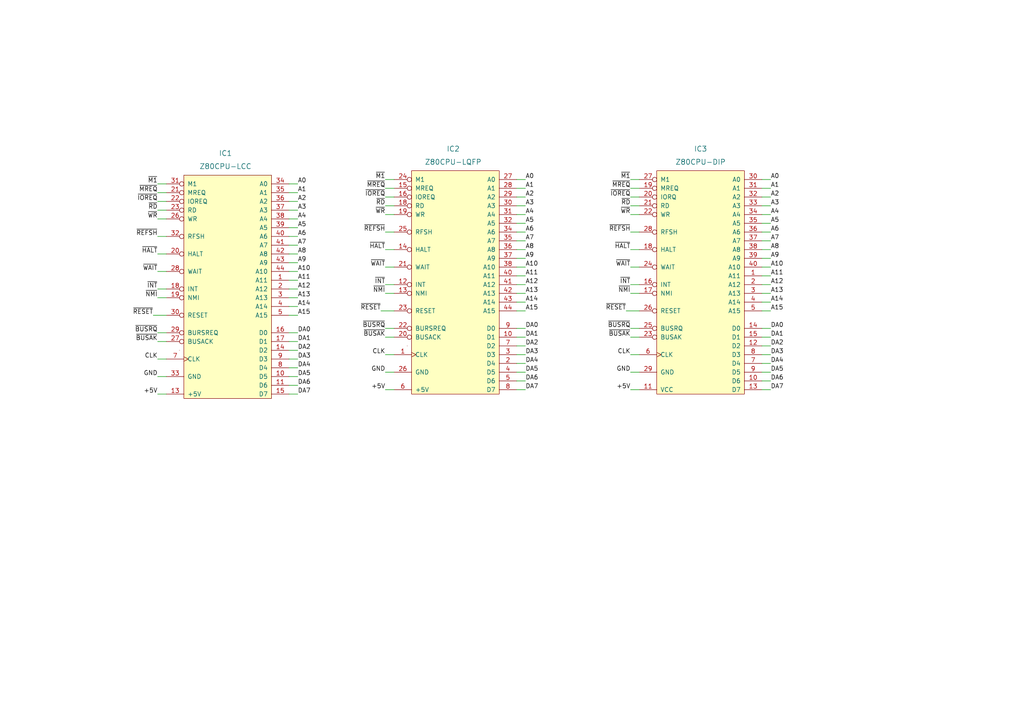
<source format=kicad_sch>
(kicad_sch (version 20211123) (generator eeschema)
  (paper "A4")
  (title_block (date "2022-05-05"))
  (lib_symbols
    (symbol "Zilog_Z80:Z80CPU-DIP" (pin_names (offset 1.016))
      (property "Reference" "IC" (at 0 1.27 0))
      (property "Value" "Z80CPU-DIP" (at 12.7 1.27 0))
      (symbol "Z80CPU-DIP_1_0"
        (rectangle (start 0 0) (end 25.4 -64.77) (fill (type background)))
        (pin output line (at 30.48 -30.48 180) (length 5.08) (name "A11") (number "1"))
        (pin bidirectional line (at 30.48 -60.96 180) (length 5.08) (name "D6") (number "10"))
        (pin power_in line (at -5.08 -63.5 0) (length 5.08) (name "VCC") (number "11"))
        (pin bidirectional line (at 30.48 -50.8 180) (length 5.08) (name "D2") (number "12"))
        (pin bidirectional line (at 30.48 -63.5 180) (length 5.08) (name "D7") (number "13"))
        (pin bidirectional line (at 30.48 -45.72 180) (length 5.08) (name "D0") (number "14"))
        (pin bidirectional line (at 30.48 -48.26 180) (length 5.08) (name "D1") (number "15"))
        (pin input inverted (at -5.08 -33.02 0) (length 5.08) (name "INT") (number "16"))
        (pin input inverted (at -5.08 -35.56 0) (length 5.08) (name "NMI") (number "17"))
        (pin output inverted (at -5.08 -22.86 0) (length 5.08) (name "HALT") (number "18"))
        (pin output inverted (at -5.08 -5.08 0) (length 5.08) (name "MREQ") (number "19"))
        (pin output line (at 30.48 -33.02 180) (length 5.08) (name "A12") (number "2"))
        (pin output inverted (at -5.08 -7.62 0) (length 5.08) (name "IORQ") (number "20"))
        (pin output inverted (at -5.08 -10.16 0) (length 5.08) (name "RD") (number "21"))
        (pin output inverted (at -5.08 -12.7 0) (length 5.08) (name "WR") (number "22"))
        (pin output inverted (at -5.08 -48.26 0) (length 5.08) (name "BUSAK") (number "23"))
        (pin input inverted (at -5.08 -27.94 0) (length 5.08) (name "WAIT") (number "24"))
        (pin input inverted (at -5.08 -45.72 0) (length 5.08) (name "BUSRQ") (number "25"))
        (pin input inverted (at -5.08 -40.64 0) (length 5.08) (name "RESET") (number "26"))
        (pin output inverted (at -5.08 -2.54 0) (length 5.08) (name "M1") (number "27"))
        (pin output inverted (at -5.08 -17.78 0) (length 5.08) (name "RFSH") (number "28"))
        (pin power_in line (at -5.08 -58.42 0) (length 5.08) (name "GND") (number "29"))
        (pin output line (at 30.48 -35.56 180) (length 5.08) (name "A13") (number "3"))
        (pin output line (at 30.48 -2.54 180) (length 5.08) (name "A0") (number "30"))
        (pin output line (at 30.48 -5.08 180) (length 5.08) (name "A1") (number "31"))
        (pin output line (at 30.48 -7.62 180) (length 5.08) (name "A2") (number "32"))
        (pin output line (at 30.48 -10.16 180) (length 5.08) (name "A3") (number "33"))
        (pin output line (at 30.48 -12.7 180) (length 5.08) (name "A4") (number "34"))
        (pin output line (at 30.48 -15.24 180) (length 5.08) (name "A5") (number "35"))
        (pin output line (at 30.48 -17.78 180) (length 5.08) (name "A6") (number "36"))
        (pin output line (at 30.48 -20.32 180) (length 5.08) (name "A7") (number "37"))
        (pin output line (at 30.48 -22.86 180) (length 5.08) (name "A8") (number "38"))
        (pin output line (at 30.48 -25.4 180) (length 5.08) (name "A9") (number "39"))
        (pin output line (at 30.48 -38.1 180) (length 5.08) (name "A14") (number "4"))
        (pin output line (at 30.48 -27.94 180) (length 5.08) (name "A10") (number "40"))
        (pin output line (at 30.48 -40.64 180) (length 5.08) (name "A15") (number "5"))
        (pin input clock (at -5.08 -53.34 0) (length 5.08) (name "CLK") (number "6"))
        (pin bidirectional line (at 30.48 -55.88 180) (length 5.08) (name "D4") (number "7"))
        (pin bidirectional line (at 30.48 -53.34 180) (length 5.08) (name "D3") (number "8"))
        (pin bidirectional line (at 30.48 -58.42 180) (length 5.08) (name "D5") (number "9"))
      )
    )
    (symbol "Zilog_Z80:Z80CPU-LCC" (pin_names (offset 1.016))
      (property "Reference" "Z0" (at 12.7 -67.31 0))
      (property "Value" "Z84C0020VEG" (at 12.7 -69.85 0))
      (symbol "Z80CPU-LCC_0_0"
        (pin no_connect line (at 11.43 -67.31 90) (length 2.54) hide (name "NC") (number "12"))
        (pin no_connect line (at 13.97 -67.31 90) (length 2.54) hide (name "NC") (number "24"))
        (pin no_connect line (at 16.51 -67.31 90) (length 2.54) hide (name "NC") (number "25"))
        (pin output line (at 30.48 -20.32 180) (length 5.08) (name "A7") (number "41"))
        (pin output line (at 30.48 -22.86 180) (length 5.08) (name "A8") (number "42"))
        (pin output line (at 30.48 -25.4 180) (length 5.08) (name "A9") (number "43"))
        (pin output line (at 30.48 -27.94 180) (length 5.08) (name "A10") (number "44"))
        (pin no_connect line (at 8.89 -67.31 90) (length 2.54) hide (name "NC") (number "6"))
      )
      (symbol "Z80CPU-LCC_1_0"
        (rectangle (start -1.27 -50.8) (end -1.27 -50.8))
        (rectangle (start 0 0) (end 25.4 -64.77) (fill (type background)))
        (pin output line (at 30.48 -30.48 180) (length 5.08) (name "A11") (number "1"))
        (pin bidirectional line (at 30.48 -58.42 180) (length 5.08) (name "D5") (number "10"))
        (pin bidirectional line (at 30.48 -60.96 180) (length 5.08) (name "D6") (number "11"))
        (pin power_in line (at -5.08 -63.5 0) (length 5.08) (name "+5V") (number "13"))
        (pin bidirectional line (at 30.48 -50.8 180) (length 5.08) (name "D2") (number "14"))
        (pin bidirectional line (at 30.48 -63.5 180) (length 5.08) (name "D7") (number "15"))
        (pin bidirectional line (at 30.48 -45.72 180) (length 5.08) (name "D0") (number "16"))
        (pin bidirectional line (at 30.48 -48.26 180) (length 5.08) (name "D1") (number "17"))
        (pin input inverted (at -5.08 -33.02 0) (length 5.08) (name "INT") (number "18"))
        (pin input inverted (at -5.08 -35.56 0) (length 5.08) (name "NMI") (number "19"))
        (pin output line (at 30.48 -33.02 180) (length 5.08) (name "A12") (number "2"))
        (pin output inverted (at -5.08 -22.86 0) (length 5.08) (name "HALT") (number "20"))
        (pin output inverted (at -5.08 -5.08 0) (length 5.08) (name "MREQ") (number "21"))
        (pin output inverted (at -5.08 -7.62 0) (length 5.08) (name "IOREQ") (number "22"))
        (pin output inverted (at -5.08 -10.16 0) (length 5.08) (name "RD") (number "23"))
        (pin output inverted (at -5.08 -12.7 0) (length 5.08) (name "WR") (number "26"))
        (pin output inverted (at -5.08 -48.26 0) (length 5.08) (name "BUSACK") (number "27"))
        (pin input inverted (at -5.08 -27.94 0) (length 5.08) (name "WAIT") (number "28"))
        (pin input inverted (at -5.08 -45.72 0) (length 5.08) (name "BURSREQ") (number "29"))
        (pin output line (at 30.48 -35.56 180) (length 5.08) (name "A13") (number "3"))
        (pin input inverted (at -5.08 -40.64 0) (length 5.08) (name "RESET") (number "30"))
        (pin output inverted (at -5.08 -2.54 0) (length 5.08) (name "M1") (number "31"))
        (pin output inverted (at -5.08 -17.78 0) (length 5.08) (name "RFSH") (number "32"))
        (pin power_in line (at -5.08 -58.42 0) (length 5.08) (name "GND") (number "33"))
        (pin output line (at 30.48 -2.54 180) (length 5.08) (name "A0") (number "34"))
        (pin output line (at 30.48 -5.08 180) (length 5.08) (name "A1") (number "35"))
        (pin output line (at 30.48 -7.62 180) (length 5.08) (name "A2") (number "36"))
        (pin output line (at 30.48 -10.16 180) (length 5.08) (name "A3") (number "37"))
        (pin output line (at 30.48 -12.7 180) (length 5.08) (name "A4") (number "38"))
        (pin output line (at 30.48 -15.24 180) (length 5.08) (name "A5") (number "39"))
        (pin output line (at 30.48 -38.1 180) (length 5.08) (name "A14") (number "4"))
        (pin output line (at 30.48 -17.78 180) (length 5.08) (name "A6") (number "40"))
        (pin output line (at 30.48 -40.64 180) (length 5.08) (name "A15") (number "5"))
        (pin input clock (at -5.08 -53.34 0) (length 5.08) (name "CLK") (number "7"))
        (pin bidirectional line (at 30.48 -55.88 180) (length 5.08) (name "D4") (number "8"))
        (pin bidirectional line (at 30.48 -53.34 180) (length 5.08) (name "D3") (number "9"))
      )
    )
    (symbol "Zilog_Z80:Z80CPU-LQFP" (pin_names (offset 1.016))
      (property "Reference" "IC" (at 0 0.635 0))
      (property "Value" "Z80CPU-LQFP" (at 12.7 1.27 0))
      (symbol "Z80CPU-LQFP_0_0"
        (pin output line (at 30.48 -20.32 180) (length 5.08) (name "A7") (number "35"))
        (pin output line (at 30.48 -22.86 180) (length 5.08) (name "A8") (number "36"))
        (pin output line (at 30.48 -25.4 180) (length 5.08) (name "A9") (number "37"))
        (pin output line (at 30.48 -27.94 180) (length 5.08) (name "A10") (number "38"))
        (pin bidirectional line (at 30.48 -45.72 180) (length 5.08) (name "D0") (number "9"))
      )
      (symbol "Z80CPU-LQFP_1_0"
        (rectangle (start -1.27 -50.8) (end -1.27 -50.8))
        (rectangle (start 0 0) (end 25.4 -64.77) (fill (type background)))
        (pin input clock (at -5.08 -53.34 0) (length 5.08) (name "CLK") (number "1"))
        (pin bidirectional line (at 30.48 -48.26 180) (length 5.08) (name "D1") (number "10"))
        (pin input inverted (at -5.08 -33.02 0) (length 5.08) (name "INT") (number "12"))
        (pin input inverted (at -5.08 -35.56 0) (length 5.08) (name "NMI") (number "13"))
        (pin output inverted (at -5.08 -22.86 0) (length 5.08) (name "HALT") (number "14"))
        (pin output inverted (at -5.08 -5.08 0) (length 5.08) (name "MREQ") (number "15"))
        (pin output inverted (at -5.08 -7.62 0) (length 5.08) (name "IOREQ") (number "16"))
        (pin output inverted (at -5.08 -10.16 0) (length 5.08) (name "RD") (number "18"))
        (pin output inverted (at -5.08 -12.7 0) (length 5.08) (name "WR") (number "19"))
        (pin bidirectional line (at 30.48 -55.88 180) (length 5.08) (name "D4") (number "2"))
        (pin output inverted (at -5.08 -48.26 0) (length 5.08) (name "BUSACK") (number "20"))
        (pin input inverted (at -5.08 -27.94 0) (length 5.08) (name "WAIT") (number "21"))
        (pin input inverted (at -5.08 -45.72 0) (length 5.08) (name "BURSREQ") (number "22"))
        (pin input inverted (at -5.08 -40.64 0) (length 5.08) (name "RESET") (number "23"))
        (pin output inverted (at -5.08 -2.54 0) (length 5.08) (name "M1") (number "24"))
        (pin output inverted (at -5.08 -17.78 0) (length 5.08) (name "RFSH") (number "25"))
        (pin power_in line (at -5.08 -58.42 0) (length 5.08) (name "GND") (number "26"))
        (pin output line (at 30.48 -2.54 180) (length 5.08) (name "A0") (number "27"))
        (pin output line (at 30.48 -5.08 180) (length 5.08) (name "A1") (number "28"))
        (pin output line (at 30.48 -7.62 180) (length 5.08) (name "A2") (number "29"))
        (pin bidirectional line (at 30.48 -53.34 180) (length 5.08) (name "D3") (number "3"))
        (pin output line (at 30.48 -10.16 180) (length 5.08) (name "A3") (number "30"))
        (pin output line (at 30.48 -12.7 180) (length 5.08) (name "A4") (number "31"))
        (pin output line (at 30.48 -15.24 180) (length 5.08) (name "A5") (number "32"))
        (pin output line (at 30.48 -17.78 180) (length 5.08) (name "A6") (number "34"))
        (pin bidirectional line (at 30.48 -58.42 180) (length 5.08) (name "D5") (number "4"))
        (pin output line (at 30.48 -30.48 180) (length 5.08) (name "A11") (number "40"))
        (pin output line (at 30.48 -33.02 180) (length 5.08) (name "A12") (number "41"))
        (pin output line (at 30.48 -35.56 180) (length 5.08) (name "A13") (number "42"))
        (pin output line (at 30.48 -38.1 180) (length 5.08) (name "A14") (number "43"))
        (pin output line (at 30.48 -40.64 180) (length 5.08) (name "A15") (number "44"))
        (pin bidirectional line (at 30.48 -60.96 180) (length 5.08) (name "D6") (number "5"))
        (pin power_in line (at -5.08 -63.5 0) (length 5.08) (name "+5V") (number "6"))
        (pin bidirectional line (at 30.48 -50.8 180) (length 5.08) (name "D2") (number "7"))
        (pin bidirectional line (at 30.48 -63.5 180) (length 5.08) (name "D7") (number "8"))
      )
      (symbol "Z80CPU-LQFP_1_1"
        (pin no_connect line (at 8.89 -69.85 90) (length 5.08) hide (name "NC") (number "11"))
        (pin no_connect line (at 11.43 -69.85 90) (length 5.08) hide (name "NC") (number "17"))
        (pin no_connect line (at 13.97 -69.85 90) (length 5.08) hide (name "NC") (number "33"))
        (pin no_connect line (at 16.51 -69.85 90) (length 5.08) hide (name "NC") (number "39"))
      )
    )
  )
  (wire (pts (xy 220.98 62.23) (xy 223.52 62.23)))
  (wire (pts (xy 220.98 95.25) (xy 223.52 95.25)))
  (wire (pts (xy 83.82 63.5) (xy 86.36 63.5)))
  (wire (pts (xy 149.86 59.69) (xy 152.4 59.69)))
  (wire (pts (xy 149.86 90.17) (xy 152.4 90.17)))
  (wire (pts (xy 149.86 107.95) (xy 152.4 107.95)))
  (wire (pts (xy 83.82 106.68) (xy 86.36 106.68)))
  (wire (pts (xy 220.98 52.07) (xy 223.52 52.07)))
  (wire (pts (xy 45.72 68.58) (xy 48.26 68.58)))
  (wire (pts (xy 83.82 60.96) (xy 86.36 60.96)))
  (wire (pts (xy 83.82 86.36) (xy 86.36 86.36)))
  (wire (pts (xy 114.3 90.17) (xy 110.49 90.17)))
  (wire (pts (xy 48.26 104.14) (xy 45.72 104.14)))
  (wire (pts (xy 114.3 113.03) (xy 111.76 113.03)))
  (wire (pts (xy 220.98 69.85) (xy 223.52 69.85)))
  (wire (pts (xy 83.82 81.28) (xy 86.36 81.28)))
  (wire (pts (xy 48.26 83.82) (xy 45.72 83.82)))
  (wire (pts (xy 185.42 57.15) (xy 182.88 57.15)))
  (wire (pts (xy 114.3 85.09) (xy 111.76 85.09)))
  (wire (pts (xy 83.82 88.9) (xy 86.36 88.9)))
  (wire (pts (xy 83.82 114.3) (xy 86.36 114.3)))
  (wire (pts (xy 83.82 78.74) (xy 86.36 78.74)))
  (wire (pts (xy 149.86 87.63) (xy 152.4 87.63)))
  (wire (pts (xy 149.86 80.01) (xy 152.4 80.01)))
  (wire (pts (xy 114.3 57.15) (xy 111.76 57.15)))
  (wire (pts (xy 83.82 53.34) (xy 86.36 53.34)))
  (wire (pts (xy 149.86 95.25) (xy 152.4 95.25)))
  (wire (pts (xy 220.98 100.33) (xy 223.52 100.33)))
  (wire (pts (xy 149.86 62.23) (xy 152.4 62.23)))
  (wire (pts (xy 114.3 102.87) (xy 111.76 102.87)))
  (wire (pts (xy 83.82 99.06) (xy 86.36 99.06)))
  (wire (pts (xy 220.98 74.93) (xy 223.52 74.93)))
  (wire (pts (xy 185.42 107.95) (xy 182.88 107.95)))
  (wire (pts (xy 185.42 72.39) (xy 182.88 72.39)))
  (wire (pts (xy 45.72 96.52) (xy 48.26 96.52)))
  (wire (pts (xy 48.26 58.42) (xy 45.72 58.42)))
  (wire (pts (xy 114.3 107.95) (xy 111.76 107.95)))
  (wire (pts (xy 185.42 54.61) (xy 182.88 54.61)))
  (wire (pts (xy 149.86 54.61) (xy 152.4 54.61)))
  (wire (pts (xy 48.26 91.44) (xy 44.45 91.44)))
  (wire (pts (xy 83.82 83.82) (xy 86.36 83.82)))
  (wire (pts (xy 185.42 52.07) (xy 182.88 52.07)))
  (wire (pts (xy 220.98 85.09) (xy 223.52 85.09)))
  (wire (pts (xy 185.42 102.87) (xy 182.88 102.87)))
  (wire (pts (xy 149.86 69.85) (xy 152.4 69.85)))
  (wire (pts (xy 220.98 82.55) (xy 223.52 82.55)))
  (wire (pts (xy 83.82 96.52) (xy 86.36 96.52)))
  (wire (pts (xy 220.98 59.69) (xy 223.52 59.69)))
  (wire (pts (xy 220.98 54.61) (xy 223.52 54.61)))
  (wire (pts (xy 185.42 62.23) (xy 182.88 62.23)))
  (wire (pts (xy 149.86 67.31) (xy 152.4 67.31)))
  (wire (pts (xy 220.98 110.49) (xy 223.52 110.49)))
  (wire (pts (xy 149.86 105.41) (xy 152.4 105.41)))
  (wire (pts (xy 114.3 97.79) (xy 111.76 97.79)))
  (wire (pts (xy 220.98 64.77) (xy 223.52 64.77)))
  (wire (pts (xy 48.26 114.3) (xy 45.72 114.3)))
  (wire (pts (xy 48.26 60.96) (xy 45.72 60.96)))
  (wire (pts (xy 220.98 105.41) (xy 223.52 105.41)))
  (wire (pts (xy 48.26 63.5) (xy 45.72 63.5)))
  (wire (pts (xy 220.98 113.03) (xy 223.52 113.03)))
  (wire (pts (xy 48.26 53.34) (xy 45.72 53.34)))
  (wire (pts (xy 185.42 113.03) (xy 182.88 113.03)))
  (wire (pts (xy 83.82 58.42) (xy 86.36 58.42)))
  (wire (pts (xy 185.42 59.69) (xy 182.88 59.69)))
  (wire (pts (xy 149.86 64.77) (xy 152.4 64.77)))
  (wire (pts (xy 220.98 102.87) (xy 223.52 102.87)))
  (wire (pts (xy 149.86 82.55) (xy 152.4 82.55)))
  (wire (pts (xy 220.98 80.01) (xy 223.52 80.01)))
  (wire (pts (xy 220.98 67.31) (xy 223.52 67.31)))
  (wire (pts (xy 220.98 57.15) (xy 223.52 57.15)))
  (wire (pts (xy 83.82 73.66) (xy 86.36 73.66)))
  (wire (pts (xy 149.86 102.87) (xy 152.4 102.87)))
  (wire (pts (xy 185.42 85.09) (xy 182.88 85.09)))
  (wire (pts (xy 83.82 101.6) (xy 86.36 101.6)))
  (wire (pts (xy 149.86 74.93) (xy 152.4 74.93)))
  (wire (pts (xy 185.42 97.79) (xy 182.88 97.79)))
  (wire (pts (xy 48.26 73.66) (xy 45.72 73.66)))
  (wire (pts (xy 149.86 113.03) (xy 152.4 113.03)))
  (wire (pts (xy 185.42 82.55) (xy 182.88 82.55)))
  (wire (pts (xy 111.76 95.25) (xy 114.3 95.25)))
  (wire (pts (xy 149.86 97.79) (xy 152.4 97.79)))
  (wire (pts (xy 149.86 77.47) (xy 152.4 77.47)))
  (wire (pts (xy 83.82 71.12) (xy 86.36 71.12)))
  (wire (pts (xy 83.82 76.2) (xy 86.36 76.2)))
  (wire (pts (xy 83.82 109.22) (xy 86.36 109.22)))
  (wire (pts (xy 83.82 111.76) (xy 86.36 111.76)))
  (wire (pts (xy 220.98 72.39) (xy 223.52 72.39)))
  (wire (pts (xy 114.3 54.61) (xy 111.76 54.61)))
  (wire (pts (xy 149.86 57.15) (xy 152.4 57.15)))
  (wire (pts (xy 149.86 52.07) (xy 152.4 52.07)))
  (wire (pts (xy 182.88 95.25) (xy 185.42 95.25)))
  (wire (pts (xy 185.42 77.47) (xy 182.88 77.47)))
  (wire (pts (xy 48.26 99.06) (xy 45.72 99.06)))
  (wire (pts (xy 182.88 67.31) (xy 185.42 67.31)))
  (wire (pts (xy 220.98 97.79) (xy 223.52 97.79)))
  (wire (pts (xy 48.26 109.22) (xy 45.72 109.22)))
  (wire (pts (xy 114.3 82.55) (xy 111.76 82.55)))
  (wire (pts (xy 48.26 55.88) (xy 45.72 55.88)))
  (wire (pts (xy 149.86 100.33) (xy 152.4 100.33)))
  (wire (pts (xy 220.98 107.95) (xy 223.52 107.95)))
  (wire (pts (xy 83.82 104.14) (xy 86.36 104.14)))
  (wire (pts (xy 114.3 59.69) (xy 111.76 59.69)))
  (wire (pts (xy 114.3 52.07) (xy 111.76 52.07)))
  (wire (pts (xy 111.76 67.31) (xy 114.3 67.31)))
  (wire (pts (xy 83.82 91.44) (xy 86.36 91.44)))
  (wire (pts (xy 48.26 86.36) (xy 45.72 86.36)))
  (wire (pts (xy 149.86 85.09) (xy 152.4 85.09)))
  (wire (pts (xy 220.98 90.17) (xy 223.52 90.17)))
  (wire (pts (xy 114.3 77.47) (xy 111.76 77.47)))
  (wire (pts (xy 149.86 72.39) (xy 152.4 72.39)))
  (wire (pts (xy 83.82 55.88) (xy 86.36 55.88)))
  (wire (pts (xy 220.98 77.47) (xy 223.52 77.47)))
  (wire (pts (xy 185.42 90.17) (xy 181.61 90.17)))
  (wire (pts (xy 83.82 66.04) (xy 86.36 66.04)))
  (wire (pts (xy 114.3 62.23) (xy 111.76 62.23)))
  (wire (pts (xy 149.86 110.49) (xy 152.4 110.49)))
  (wire (pts (xy 114.3 72.39) (xy 111.76 72.39)))
  (wire (pts (xy 83.82 68.58) (xy 86.36 68.58)))
  (wire (pts (xy 220.98 87.63) (xy 223.52 87.63)))
  (wire (pts (xy 48.26 78.74) (xy 45.72 78.74)))
  (label "A11" (at 152.4 80.01 0))
  (label "A14" (at 152.4 87.63 0))
  (label "A5" (at 152.4 64.77 0))
  (label "DA2" (at 86.36 101.6 0))
  (label "~{WAIT}" (at 45.72 78.74 180))
  (label "~{MREQ}" (at 182.88 54.61 180))
  (label "A1" (at 152.4 54.61 0))
  (label "~{NMI}" (at 111.76 85.09 180))
  (label "~{WAIT}" (at 111.76 77.47 180))
  (label "A8" (at 86.36 73.66 0))
  (label "DA7" (at 152.4 113.03 0))
  (label "~{BUSRQ}" (at 182.88 95.25 180))
  (label "A15" (at 86.36 91.44 0))
  (label "A11" (at 223.52 80.01 0))
  (label "~{M1}" (at 182.88 52.07 180))
  (label "A2" (at 223.52 57.15 0))
  (label "A10" (at 152.4 77.47 0))
  (label "A5" (at 86.36 66.04 0))
  (label "A0" (at 223.52 52.07 0))
  (label "GND" (at 111.76 107.95 180))
  (label "A9" (at 86.36 76.2 0))
  (label "~{REFSH}" (at 45.72 68.58 180))
  (label "~{M1}" (at 111.76 52.07 180))
  (label "~{HALT}" (at 182.88 72.39 180))
  (label "~{REFSH}" (at 182.88 67.31 180))
  (label "~{RD}" (at 45.72 60.96 180))
  (label "~{NMI}" (at 182.88 85.09 180))
  (label "~{WR}" (at 45.72 63.5 180))
  (label "A10" (at 223.52 77.47 0))
  (label "DA5" (at 152.4 107.95 0))
  (label "DA0" (at 86.36 96.52 0))
  (label "A6" (at 86.36 68.58 0))
  (label "~{MREQ}" (at 111.76 54.61 180))
  (label "A2" (at 86.36 58.42 0))
  (label "A1" (at 223.52 54.61 0))
  (label "A3" (at 86.36 60.96 0))
  (label "A5" (at 223.52 64.77 0))
  (label "~{IOREQ}" (at 45.72 58.42 180))
  (label "A9" (at 223.52 74.93 0))
  (label "~{RESET}" (at 44.45 91.44 180))
  (label "~{HALT}" (at 111.76 72.39 180))
  (label "CLK" (at 45.72 104.14 180))
  (label "A12" (at 223.52 82.55 0))
  (label "CLK" (at 111.76 102.87 180))
  (label "DA5" (at 223.52 107.95 0))
  (label "A0" (at 86.36 53.34 0))
  (label "A4" (at 152.4 62.23 0))
  (label "A6" (at 223.52 67.31 0))
  (label "DA1" (at 152.4 97.79 0))
  (label "A7" (at 152.4 69.85 0))
  (label "DA0" (at 223.52 95.25 0))
  (label "DA1" (at 86.36 99.06 0))
  (label "DA6" (at 223.52 110.49 0))
  (label "~{BUSAK}" (at 45.72 99.06 180))
  (label "A8" (at 152.4 72.39 0))
  (label "A8" (at 223.52 72.39 0))
  (label "DA1" (at 223.52 97.79 0))
  (label "+5V" (at 182.88 113.03 180))
  (label "~{BUSAK}" (at 111.76 97.79 180))
  (label "~{RESET}" (at 181.61 90.17 180))
  (label "A15" (at 152.4 90.17 0))
  (label "DA4" (at 86.36 106.68 0))
  (label "A0" (at 152.4 52.07 0))
  (label "A2" (at 152.4 57.15 0))
  (label "~{IOREQ}" (at 182.88 57.15 180))
  (label "A12" (at 86.36 83.82 0))
  (label "A9" (at 152.4 74.93 0))
  (label "DA0" (at 152.4 95.25 0))
  (label "A14" (at 86.36 88.9 0))
  (label "DA2" (at 152.4 100.33 0))
  (label "A6" (at 152.4 67.31 0))
  (label "~{RD}" (at 111.76 59.69 180))
  (label "~{WR}" (at 111.76 62.23 180))
  (label "A3" (at 223.52 59.69 0))
  (label "~{WR}" (at 182.88 62.23 180))
  (label "A11" (at 86.36 81.28 0))
  (label "DA6" (at 152.4 110.49 0))
  (label "DA7" (at 86.36 114.3 0))
  (label "GND" (at 45.72 109.22 180))
  (label "DA6" (at 86.36 111.76 0))
  (label "~{BUSRQ}" (at 111.76 95.25 180))
  (label "A13" (at 152.4 85.09 0))
  (label "A10" (at 86.36 78.74 0))
  (label "DA2" (at 223.52 100.33 0))
  (label "A15" (at 223.52 90.17 0))
  (label "~{INT}" (at 111.76 82.55 180))
  (label "~{M1}" (at 45.72 53.34 180))
  (label "A4" (at 86.36 63.5 0))
  (label "A3" (at 152.4 59.69 0))
  (label "DA4" (at 223.52 105.41 0))
  (label "~{INT}" (at 182.88 82.55 180))
  (label "DA5" (at 86.36 109.22 0))
  (label "DA4" (at 152.4 105.41 0))
  (label "+5V" (at 45.72 114.3 180))
  (label "~{BUSRQ}" (at 45.72 96.52 180))
  (label "A12" (at 152.4 82.55 0))
  (label "A1" (at 86.36 55.88 0))
  (label "~{WAIT}" (at 182.88 77.47 180))
  (label "A7" (at 223.52 69.85 0))
  (label "~{NMI}" (at 45.72 86.36 180))
  (label "DA7" (at 223.52 113.03 0))
  (label "~{HALT}" (at 45.72 73.66 180))
  (label "~{INT}" (at 45.72 83.82 180))
  (label "+5V" (at 111.76 113.03 180))
  (label "DA3" (at 152.4 102.87 0))
  (label "A4" (at 223.52 62.23 0))
  (label "A13" (at 223.52 85.09 0))
  (label "CLK" (at 182.88 102.87 180))
  (label "A14" (at 223.52 87.63 0))
  (label "GND" (at 182.88 107.95 180))
  (label "DA3" (at 86.36 104.14 0))
  (label "~{RD}" (at 182.88 59.69 180))
  (label "DA3" (at 223.52 102.87 0))
  (label "A7" (at 86.36 71.12 0))
  (label "~{IOREQ}" (at 111.76 57.15 180))
  (label "A13" (at 86.36 86.36 0))
  (label "~{BUSAK}" (at 182.88 97.79 180))
  (label "~{RESET}" (at 110.49 90.17 180))
  (label "~{REFSH}" (at 111.76 67.31 180))
  (label "~{MREQ}" (at 45.72 55.88 180))
  (symbol (lib_id "Zilog_Z80:Z80CPU-LQFP") (at 119.38 49.53 0) (unit 1)
    (property "Reference" "IC2" (at 131.445 43.18 0) (effects (font (size 1.4986 1.4986))))
    (property "Value" "Z80CPU-LQFP" (at 131.445 46.99 0) (effects (font (size 1.4986 1.4986))))
    (property "Footprint" "Package_QFP:LQFP-44_10x10mm_P0.8mm" (effects hide))
    (property "Datasheet" "https://www.mouser.co.uk/datasheet/2/450/ps0178-19386.pdf" (effects hide))
  )
  (symbol (lib_id "Zilog_Z80:Z80CPU-LCC") (at 53.34 50.8 0) (unit 1)
    (property "Reference" "IC1" (at 65.405 44.45 0) (effects (font (size 1.4986 1.4986))))
    (property "Value" "Z80CPU-LCC" (at 65.405 48.26 0) (effects (font (size 1.4986 1.4986))))
    (property "Footprint" "ExtraFootprints:PLCC-44_THT-Socket" (effects hide))
    (property "Datasheet" "https://www.mouser.co.uk/datasheet/2/450/ps0178-19386.pdf" (effects hide))
    (property "Manufacturer_Name" "Zilog" (effects hide))
    (property "Manufacturer_Part_Number" "Z84C00" (effects hide))
  )
  (symbol (lib_id "Zilog_Z80:Z80CPU-DIP") (at 190.5 49.53 0) (unit 1)
    (property "Reference" "IC3" (at 203.2 43.18 0) (effects (font (size 1.4986 1.4986))))
    (property "Value" "Z80CPU-DIP" (at 203.2 46.99 0) (effects (font (size 1.4986 1.4986))))
    (property "Footprint" "Package_DIP:DIP-40_W15.24mm" (effects hide))
    (property "Datasheet" "https://www.mouser.co.uk/datasheet/2/450/ps0178-19386.pdf" (effects hide))
  )
)
</source>
